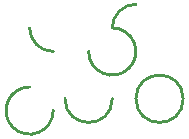
<source format=gbr>
G04 Test: Circular interpolation counter-clockwise (G03)*
G04 Tests D01 arcs with G03 counter-clockwise mode*
%FSLAX26Y26*%
%MOMM*%
%ADD10C,0.25*%
D10*
G75*
G04 Quarter arc CCW (90 degrees)*
X1000000Y3000000D02*
G03*
X3000000Y1000000I0J-2000000D01*
G04 Half arc CCW (180 degrees)*
X4000000Y2000000D02*
G03*
X8000000Y2000000I2000000J0D01*
G04 Full circle CCW (360 degrees)*
X10000000Y2000000D02*
G03*
X10000000Y2000000I2000000J0D01*
G04 Three quarter arc CCW (270 degrees)*
X1000000Y8000000D02*
G03*
X3000000Y6000000I2000000J0D01*
G04 S-curve using two arcs*
X6000000Y6000000D02*
G03*
X8000000Y8000000I2000000J0D01*
G02*
X10000000Y10000000I2000000J0D01*
M02*

</source>
